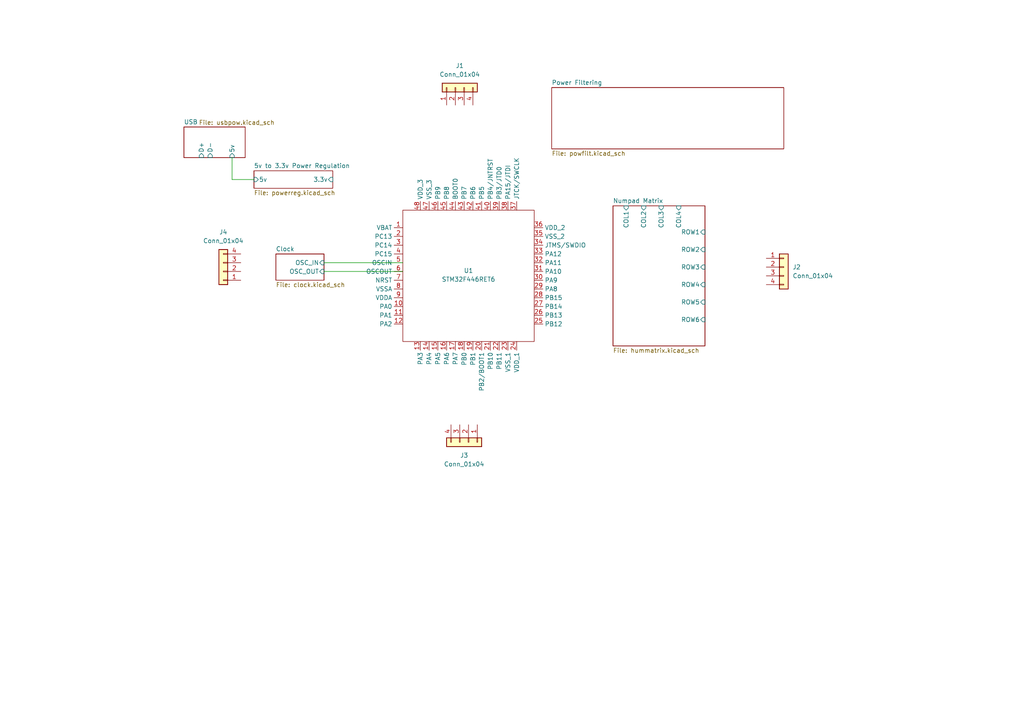
<source format=kicad_sch>
(kicad_sch (version 20250114) (generator "eeschema") (generator_version "9.0")
  (paper "A4")
  (lib_symbols
    (symbol "PCM_4ms_Connector:Conn_01x04" (pin_names (offset 1.016) (hide yes))
      (property "Reference" "J" (at 0 5.08 0))
      (property "Value" "Conn_01x04" (at 0 -7.62 0))
      (symbol "Conn_01x04_1_1"
        (rectangle (start -1.27 3.81) (end 1.27 -6.35) (stroke (width 0.254)) (fill (type background)))
        (rectangle (start -1.27 2.667) (end 0 2.413) (stroke (width 0.1524)))
        (rectangle (start -1.27 0.127) (end 0 -0.127) (stroke (width 0.1524)))
        (rectangle (start -1.27 -2.413) (end 0 -2.667) (stroke (width 0.1524)))
        (rectangle (start -1.27 -4.953) (end 0 -5.207) (stroke (width 0.1524)))
        (pin passive line (at -5.08 2.54 0) (length 3.81) (name "Pin_1") (number "1"))
        (pin passive line (at -5.08 0 0) (length 3.81) (name "Pin_2") (number "2"))
        (pin passive line (at -5.08 -2.54 0) (length 3.81) (name "Pin_3") (number "3"))
        (pin passive line (at -5.08 -5.08 0) (length 3.81) (name "Pin_4") (number "4"))
      )
    )
    (symbol "stm32f446ret6:STM32F446RET6"
      (property "Reference" "U" (at -0.508 -3.048 0))
      (symbol "STM32F446RET6_0_1"
        (rectangle (start 0 0) (end 38.1 -38.1))
      )
      (symbol "STM32F446RET6_1_1"
        (pin bidirectional line (at 0 -5.08 180) (length 2.54) (name "VBAT") (number "1"))
        (pin bidirectional line (at 0 -7.62 180) (length 2.54) (name "PC13") (number "2"))
        (pin bidirectional line (at 0 -10.16 180) (length 2.54) (name "PC14") (number "3"))
        (pin bidirectional line (at 0 -12.7 180) (length 2.54) (name "PC15") (number "4"))
        (pin bidirectional line (at 0 -15.24 180) (length 2.54) (name "OSCIN") (number "5"))
        (pin bidirectional line (at 0 -17.78 180) (length 2.54) (name "OSCOUT") (number "6"))
        (pin bidirectional line (at 0 -20.32 180) (length 2.54) (name "NRST") (number "7"))
        (pin bidirectional line (at 0 -22.86 180) (length 2.54) (name "VSSA") (number "8"))
        (pin bidirectional line (at 0 -25.4 180) (length 2.54) (name "VDDA") (number "9"))
        (pin bidirectional line (at 0 -27.94 180) (length 2.54) (name "PA0") (number "10"))
        (pin bidirectional line (at 0 -30.48 180) (length 2.54) (name "PA1") (number "11"))
        (pin bidirectional line (at 0 -33.02 180) (length 2.54) (name "PA2") (number "12"))
        (pin bidirectional line (at 5.08 0 90) (length 2.54) (name "VDD_3") (number "48"))
        (pin bidirectional line (at 5.08 -38.1 270) (length 2.54) (name "PA3") (number "13"))
        (pin bidirectional line (at 7.62 0 90) (length 2.54) (name "VSS_3") (number "47"))
        (pin bidirectional line (at 7.62 -38.1 270) (length 2.54) (name "PA4") (number "14"))
        (pin bidirectional line (at 10.16 0 90) (length 2.54) (name "PB9") (number "46"))
        (pin bidirectional line (at 10.16 -38.1 270) (length 2.54) (name "PA5") (number "15"))
        (pin bidirectional line (at 12.7 0 90) (length 2.54) (name "PB8") (number "45"))
        (pin bidirectional line (at 12.7 -38.1 270) (length 2.54) (name "PA6") (number "16"))
        (pin bidirectional line (at 15.24 0 90) (length 2.54) (name "BOOT0") (number "44"))
        (pin bidirectional line (at 15.24 -38.1 270) (length 2.54) (name "PA7") (number "17"))
        (pin bidirectional line (at 17.78 0 90) (length 2.54) (name "PB7") (number "43"))
        (pin bidirectional line (at 17.78 -38.1 270) (length 2.54) (name "PB0") (number "18"))
        (pin bidirectional line (at 20.32 0 90) (length 2.54) (name "PB6") (number "42"))
        (pin bidirectional line (at 20.32 -38.1 270) (length 2.54) (name "PB1") (number "19"))
        (pin bidirectional line (at 22.86 0 90) (length 2.54) (name "PB5") (number "41"))
        (pin bidirectional line (at 22.86 -38.1 270) (length 2.54) (name "PB2/BOOT1") (number "20"))
        (pin bidirectional line (at 25.4 0 90) (length 2.54) (name "PB4/JNTRST") (number "40"))
        (pin bidirectional line (at 25.4 -38.1 270) (length 2.54) (name "PB10") (number "21"))
        (pin bidirectional line (at 27.94 0 90) (length 2.54) (name "PB3/JTD0") (number "39"))
        (pin bidirectional line (at 27.94 -38.1 270) (length 2.54) (name "PB11") (number "22"))
        (pin bidirectional line (at 30.48 0 90) (length 2.54) (name "PA15/JTDI") (number "38"))
        (pin bidirectional line (at 30.48 -38.1 270) (length 2.54) (name "VSS_1") (number "23"))
        (pin bidirectional line (at 33.02 0 90) (length 2.54) (name "JTCK/SWCLK") (number "37"))
        (pin bidirectional line (at 33.02 -38.1 270) (length 2.54) (name "VDD_1") (number "24"))
        (pin bidirectional line (at 38.1 -5.08 0) (length 2.54) (name "VDD_2") (number "36"))
        (pin bidirectional line (at 38.1 -7.62 0) (length 2.54) (name "VSS_2") (number "35"))
        (pin bidirectional line (at 38.1 -10.16 0) (length 2.54) (name "JTMS/SWDIO") (number "34"))
        (pin bidirectional line (at 38.1 -12.7 0) (length 2.54) (name "PA12") (number "33"))
        (pin bidirectional line (at 38.1 -15.24 0) (length 2.54) (name "PA11") (number "32"))
        (pin bidirectional line (at 38.1 -17.78 0) (length 2.54) (name "PA10") (number "31"))
        (pin bidirectional line (at 38.1 -20.32 0) (length 2.54) (name "PA9") (number "30"))
        (pin bidirectional line (at 38.1 -22.86 0) (length 2.54) (name "PA8") (number "29"))
        (pin bidirectional line (at 38.1 -25.4 0) (length 2.54) (name "PB15") (number "28"))
        (pin bidirectional line (at 38.1 -27.94 0) (length 2.54) (name "PB14") (number "27"))
        (pin bidirectional line (at 38.1 -30.48 0) (length 2.54) (name "PB13") (number "26"))
        (pin bidirectional line (at 38.1 -33.02 0) (length 2.54) (name "PB12") (number "25"))
      )
    )
  )
  (wire (pts (xy 67.31 52.07) (xy 73.66 52.07)))
  (wire (pts (xy 116.84 78.74) (xy 93.98 78.74)))
  (wire (pts (xy 67.31 52.07) (xy 67.31 45.72)))
  (wire (pts (xy 93.98 76.2) (xy 116.84 76.2)))
  (symbol (lib_id "PCM_4ms_Connector:Conn_01x04") (at 135.89 128.27 270) (unit 1)
    (property "Reference" "J3" (at 134.62 132.08 90))
    (property "Value" "Conn_01x04" (at 134.62 134.62 90))
    (property "Footprint" "4ms_Connector:Pins_1x04_2.54mm_TH_SWD" (effects (hide yes)))
    (property "Description" "HEADER 1x4 MALE PINS 0.100” 180deg" (effects (hide yes)))
    (property "Specifications" "HEADER 1x4 MALE PINS 0.100” 180deg" (effects (hide yes)))
    (property "Manufacturer" "TAD" (effects (hide yes)))
    (property "Part Number" "1-0401FBV0T" (effects (hide yes)))
  )
  (symbol (lib_id "PCM_4ms_Connector:Conn_01x04") (at 132.08 25.4 90) (unit 1)
    (property "Reference" "J1" (at 133.35 19.05 90))
    (property "Value" "Conn_01x04" (at 133.35 21.59 90))
    (property "Footprint" "4ms_Connector:Pins_1x04_2.54mm_TH_SWD" (effects (hide yes)))
    (property "Description" "HEADER 1x4 MALE PINS 0.100” 180deg" (effects (hide yes)))
    (property "Specifications" "HEADER 1x4 MALE PINS 0.100” 180deg" (effects (hide yes)))
    (property "Manufacturer" "TAD" (effects (hide yes)))
    (property "Part Number" "1-0401FBV0T" (effects (hide yes)))
  )
  (symbol (lib_id "PCM_4ms_Connector:Conn_01x04") (at 227.33 77.47 0) (unit 1)
    (property "Reference" "J2" (at 229.87 77.4699 0) (effects (justify left)))
    (property "Value" "Conn_01x04" (at 229.87 80.0099 0) (effects (justify left)))
    (property "Footprint" "4ms_Connector:Pins_1x04_2.54mm_TH_SWD" (effects (hide yes)))
    (property "Description" "HEADER 1x4 MALE PINS 0.100” 180deg" (effects (hide yes)))
    (property "Specifications" "HEADER 1x4 MALE PINS 0.100” 180deg" (effects (hide yes)))
    (property "Manufacturer" "TAD" (effects (hide yes)))
    (property "Part Number" "1-0401FBV0T" (effects (hide yes)))
  )
  (symbol (lib_id "stm32f446ret6:STM32F446RET6") (at 116.84 60.96 0) (unit 1)
    (property "Reference" "U1" (at 135.89 78.486 0))
    (property "Value" "STM32F446RET6" (at 135.89 81.026 0))
    (property "Footprint" "footprints:LQFP64-10x10mm" (effects (hide yes)))
  )
  (symbol (lib_id "PCM_4ms_Connector:Conn_01x04") (at 64.77 78.74 180) (unit 1)
    (property "Reference" "J4" (at 64.77 67.31 0))
    (property "Value" "Conn_01x04" (at 64.77 69.85 0))
    (property "Footprint" "4ms_Connector:Pins_1x04_2.54mm_TH_SWD" (effects (hide yes)))
    (property "Description" "HEADER 1x4 MALE PINS 0.100” 180deg" (effects (hide yes)))
    (property "Specifications" "HEADER 1x4 MALE PINS 0.100” 180deg" (effects (hide yes)))
    (property "Manufacturer" "TAD" (effects (hide yes)))
    (property "Part Number" "1-0401FBV0T" (effects (hide yes)))
  )
  (sheet (at 53.34 36.83) (size 17.78 8.89) (stroke (width 0.1524))
    (property "Sheetname" "USB" (at 53.34 36.1184 0) (effects (justify left bottom)))
    (property "Sheetfile" "usbpow.kicad_sch" (at 57.658 34.798 0) (effects (justify left top)))
    (pin "5v" input (at 67.31 45.72 270))
    (pin "D+" input (at 58.42 45.72 270))
    (pin "D-" input (at 60.96 45.72 270))
  )
  (sheet (at 73.66 49.53) (size 22.86 5.08) (stroke (width 0.1524))
    (property "Sheetname" "5v to 3.3v Power Regulation" (at 73.66 48.8184 0) (effects (justify left bottom)))
    (property "Sheetfile" "powerreg.kicad_sch" (at 73.66 55.1946 0) (effects (justify left top)))
    (pin "3.3v" input (at 96.52 52.07 0))
    (pin "5v" input (at 73.66 52.07 180))
  )
  (sheet (at 160.02 25.4) (size 67.31 17.78) (stroke (width 0.1524))
    (property "Sheetname" "Power Filtering" (at 160.02 24.6884 0) (effects (justify left bottom)))
    (property "Sheetfile" "powfilt.kicad_sch" (at 160.02 43.7646 0) (effects (justify left top)))
  )
  (sheet (at 177.8 59.69) (size 26.67 40.64) (stroke (width 0.1524))
    (property "Sheetname" "Numpad Matrix" (at 177.8 58.9784 0) (effects (justify left bottom)))
    (property "Sheetfile" "hummatrix.kicad_sch" (at 177.8 100.9146 0) (effects (justify left top)))
    (pin "COL1" input (at 181.61 59.69 90))
    (pin "COL2" input (at 186.69 59.69 90))
    (pin "COL3" input (at 191.77 59.69 90))
    (pin "COL4" input (at 196.85 59.69 90))
    (pin "ROW1" input (at 204.47 67.31 0))
    (pin "ROW2" input (at 204.47 72.39 0))
    (pin "ROW3" input (at 204.47 77.47 0))
    (pin "ROW4" input (at 204.47 82.55 0))
    (pin "ROW5" input (at 204.47 87.63 0))
    (pin "ROW6" input (at 204.47 92.71 0))
  )
  (sheet (at 80.01 73.66) (size 13.97 7.62) (stroke (width 0.1524))
    (property "Sheetname" "Clock" (at 80.01 72.9484 0) (effects (justify left bottom)))
    (property "Sheetfile" "clock.kicad_sch" (at 80.01 81.8646 0) (effects (justify left top)))
    (pin "OSC_IN" input (at 93.98 76.2 0))
    (pin "OSC_OUT" input (at 93.98 78.74 0))
  )
)
</source>
